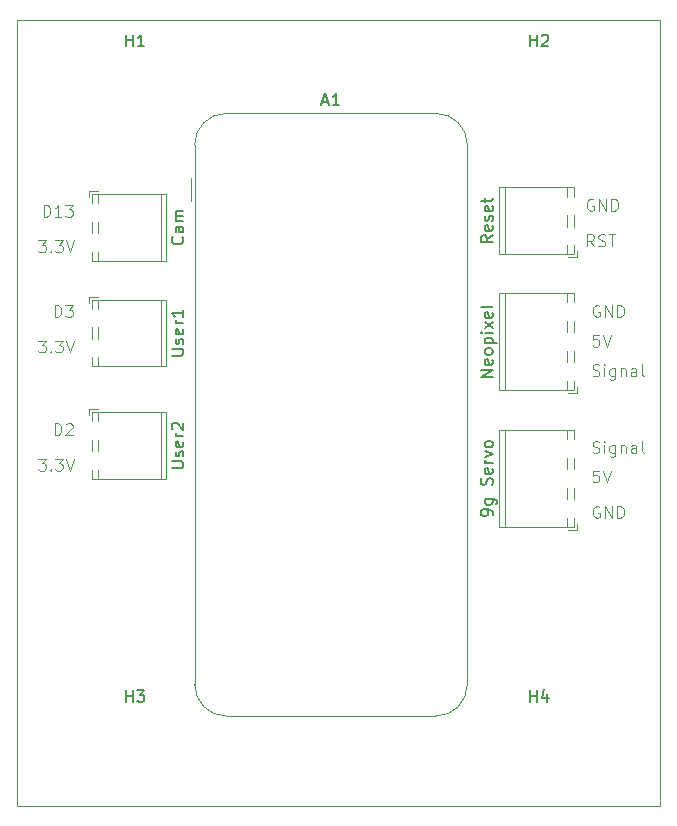
<source format=gbr>
%TF.GenerationSoftware,KiCad,Pcbnew,8.0.2*%
%TF.CreationDate,2024-05-18T00:20:58-06:00*%
%TF.ProjectId,VacuumATM_wCoinDispenser,56616375-756d-4415-944d-5f77436f696e,rev?*%
%TF.SameCoordinates,Original*%
%TF.FileFunction,Legend,Top*%
%TF.FilePolarity,Positive*%
%FSLAX46Y46*%
G04 Gerber Fmt 4.6, Leading zero omitted, Abs format (unit mm)*
G04 Created by KiCad (PCBNEW 8.0.2) date 2024-05-18 00:20:58*
%MOMM*%
%LPD*%
G01*
G04 APERTURE LIST*
%ADD10C,0.100000*%
%ADD11C,0.150000*%
%ADD12C,0.120000*%
G04 APERTURE END LIST*
D10*
X105338973Y-102622419D02*
X105958020Y-102622419D01*
X105958020Y-102622419D02*
X105624687Y-103003371D01*
X105624687Y-103003371D02*
X105767544Y-103003371D01*
X105767544Y-103003371D02*
X105862782Y-103050990D01*
X105862782Y-103050990D02*
X105910401Y-103098609D01*
X105910401Y-103098609D02*
X105958020Y-103193847D01*
X105958020Y-103193847D02*
X105958020Y-103431942D01*
X105958020Y-103431942D02*
X105910401Y-103527180D01*
X105910401Y-103527180D02*
X105862782Y-103574800D01*
X105862782Y-103574800D02*
X105767544Y-103622419D01*
X105767544Y-103622419D02*
X105481830Y-103622419D01*
X105481830Y-103622419D02*
X105386592Y-103574800D01*
X105386592Y-103574800D02*
X105338973Y-103527180D01*
X106386592Y-103527180D02*
X106434211Y-103574800D01*
X106434211Y-103574800D02*
X106386592Y-103622419D01*
X106386592Y-103622419D02*
X106338973Y-103574800D01*
X106338973Y-103574800D02*
X106386592Y-103527180D01*
X106386592Y-103527180D02*
X106386592Y-103622419D01*
X106767544Y-102622419D02*
X107386591Y-102622419D01*
X107386591Y-102622419D02*
X107053258Y-103003371D01*
X107053258Y-103003371D02*
X107196115Y-103003371D01*
X107196115Y-103003371D02*
X107291353Y-103050990D01*
X107291353Y-103050990D02*
X107338972Y-103098609D01*
X107338972Y-103098609D02*
X107386591Y-103193847D01*
X107386591Y-103193847D02*
X107386591Y-103431942D01*
X107386591Y-103431942D02*
X107338972Y-103527180D01*
X107338972Y-103527180D02*
X107291353Y-103574800D01*
X107291353Y-103574800D02*
X107196115Y-103622419D01*
X107196115Y-103622419D02*
X106910401Y-103622419D01*
X106910401Y-103622419D02*
X106815163Y-103574800D01*
X106815163Y-103574800D02*
X106767544Y-103527180D01*
X107672306Y-102622419D02*
X108005639Y-103622419D01*
X108005639Y-103622419D02*
X108338972Y-102622419D01*
X106719925Y-100622419D02*
X106719925Y-99622419D01*
X106719925Y-99622419D02*
X106958020Y-99622419D01*
X106958020Y-99622419D02*
X107100877Y-99670038D01*
X107100877Y-99670038D02*
X107196115Y-99765276D01*
X107196115Y-99765276D02*
X107243734Y-99860514D01*
X107243734Y-99860514D02*
X107291353Y-100050990D01*
X107291353Y-100050990D02*
X107291353Y-100193847D01*
X107291353Y-100193847D02*
X107243734Y-100384323D01*
X107243734Y-100384323D02*
X107196115Y-100479561D01*
X107196115Y-100479561D02*
X107100877Y-100574800D01*
X107100877Y-100574800D02*
X106958020Y-100622419D01*
X106958020Y-100622419D02*
X106719925Y-100622419D01*
X107672306Y-99717657D02*
X107719925Y-99670038D01*
X107719925Y-99670038D02*
X107815163Y-99622419D01*
X107815163Y-99622419D02*
X108053258Y-99622419D01*
X108053258Y-99622419D02*
X108148496Y-99670038D01*
X108148496Y-99670038D02*
X108196115Y-99717657D01*
X108196115Y-99717657D02*
X108243734Y-99812895D01*
X108243734Y-99812895D02*
X108243734Y-99908133D01*
X108243734Y-99908133D02*
X108196115Y-100050990D01*
X108196115Y-100050990D02*
X107624687Y-100622419D01*
X107624687Y-100622419D02*
X108243734Y-100622419D01*
X105338973Y-92622419D02*
X105958020Y-92622419D01*
X105958020Y-92622419D02*
X105624687Y-93003371D01*
X105624687Y-93003371D02*
X105767544Y-93003371D01*
X105767544Y-93003371D02*
X105862782Y-93050990D01*
X105862782Y-93050990D02*
X105910401Y-93098609D01*
X105910401Y-93098609D02*
X105958020Y-93193847D01*
X105958020Y-93193847D02*
X105958020Y-93431942D01*
X105958020Y-93431942D02*
X105910401Y-93527180D01*
X105910401Y-93527180D02*
X105862782Y-93574800D01*
X105862782Y-93574800D02*
X105767544Y-93622419D01*
X105767544Y-93622419D02*
X105481830Y-93622419D01*
X105481830Y-93622419D02*
X105386592Y-93574800D01*
X105386592Y-93574800D02*
X105338973Y-93527180D01*
X106386592Y-93527180D02*
X106434211Y-93574800D01*
X106434211Y-93574800D02*
X106386592Y-93622419D01*
X106386592Y-93622419D02*
X106338973Y-93574800D01*
X106338973Y-93574800D02*
X106386592Y-93527180D01*
X106386592Y-93527180D02*
X106386592Y-93622419D01*
X106767544Y-92622419D02*
X107386591Y-92622419D01*
X107386591Y-92622419D02*
X107053258Y-93003371D01*
X107053258Y-93003371D02*
X107196115Y-93003371D01*
X107196115Y-93003371D02*
X107291353Y-93050990D01*
X107291353Y-93050990D02*
X107338972Y-93098609D01*
X107338972Y-93098609D02*
X107386591Y-93193847D01*
X107386591Y-93193847D02*
X107386591Y-93431942D01*
X107386591Y-93431942D02*
X107338972Y-93527180D01*
X107338972Y-93527180D02*
X107291353Y-93574800D01*
X107291353Y-93574800D02*
X107196115Y-93622419D01*
X107196115Y-93622419D02*
X106910401Y-93622419D01*
X106910401Y-93622419D02*
X106815163Y-93574800D01*
X106815163Y-93574800D02*
X106767544Y-93527180D01*
X107672306Y-92622419D02*
X108005639Y-93622419D01*
X108005639Y-93622419D02*
X108338972Y-92622419D01*
X106719925Y-90622419D02*
X106719925Y-89622419D01*
X106719925Y-89622419D02*
X106958020Y-89622419D01*
X106958020Y-89622419D02*
X107100877Y-89670038D01*
X107100877Y-89670038D02*
X107196115Y-89765276D01*
X107196115Y-89765276D02*
X107243734Y-89860514D01*
X107243734Y-89860514D02*
X107291353Y-90050990D01*
X107291353Y-90050990D02*
X107291353Y-90193847D01*
X107291353Y-90193847D02*
X107243734Y-90384323D01*
X107243734Y-90384323D02*
X107196115Y-90479561D01*
X107196115Y-90479561D02*
X107100877Y-90574800D01*
X107100877Y-90574800D02*
X106958020Y-90622419D01*
X106958020Y-90622419D02*
X106719925Y-90622419D01*
X107624687Y-89622419D02*
X108243734Y-89622419D01*
X108243734Y-89622419D02*
X107910401Y-90003371D01*
X107910401Y-90003371D02*
X108053258Y-90003371D01*
X108053258Y-90003371D02*
X108148496Y-90050990D01*
X108148496Y-90050990D02*
X108196115Y-90098609D01*
X108196115Y-90098609D02*
X108243734Y-90193847D01*
X108243734Y-90193847D02*
X108243734Y-90431942D01*
X108243734Y-90431942D02*
X108196115Y-90527180D01*
X108196115Y-90527180D02*
X108148496Y-90574800D01*
X108148496Y-90574800D02*
X108053258Y-90622419D01*
X108053258Y-90622419D02*
X107767544Y-90622419D01*
X107767544Y-90622419D02*
X107672306Y-90574800D01*
X107672306Y-90574800D02*
X107624687Y-90527180D01*
X105767544Y-82122419D02*
X105767544Y-81122419D01*
X105767544Y-81122419D02*
X106005639Y-81122419D01*
X106005639Y-81122419D02*
X106148496Y-81170038D01*
X106148496Y-81170038D02*
X106243734Y-81265276D01*
X106243734Y-81265276D02*
X106291353Y-81360514D01*
X106291353Y-81360514D02*
X106338972Y-81550990D01*
X106338972Y-81550990D02*
X106338972Y-81693847D01*
X106338972Y-81693847D02*
X106291353Y-81884323D01*
X106291353Y-81884323D02*
X106243734Y-81979561D01*
X106243734Y-81979561D02*
X106148496Y-82074800D01*
X106148496Y-82074800D02*
X106005639Y-82122419D01*
X106005639Y-82122419D02*
X105767544Y-82122419D01*
X107291353Y-82122419D02*
X106719925Y-82122419D01*
X107005639Y-82122419D02*
X107005639Y-81122419D01*
X107005639Y-81122419D02*
X106910401Y-81265276D01*
X106910401Y-81265276D02*
X106815163Y-81360514D01*
X106815163Y-81360514D02*
X106719925Y-81408133D01*
X107624687Y-81122419D02*
X108243734Y-81122419D01*
X108243734Y-81122419D02*
X107910401Y-81503371D01*
X107910401Y-81503371D02*
X108053258Y-81503371D01*
X108053258Y-81503371D02*
X108148496Y-81550990D01*
X108148496Y-81550990D02*
X108196115Y-81598609D01*
X108196115Y-81598609D02*
X108243734Y-81693847D01*
X108243734Y-81693847D02*
X108243734Y-81931942D01*
X108243734Y-81931942D02*
X108196115Y-82027180D01*
X108196115Y-82027180D02*
X108148496Y-82074800D01*
X108148496Y-82074800D02*
X108053258Y-82122419D01*
X108053258Y-82122419D02*
X107767544Y-82122419D01*
X107767544Y-82122419D02*
X107672306Y-82074800D01*
X107672306Y-82074800D02*
X107624687Y-82027180D01*
X152375312Y-84622419D02*
X152041979Y-84146228D01*
X151803884Y-84622419D02*
X151803884Y-83622419D01*
X151803884Y-83622419D02*
X152184836Y-83622419D01*
X152184836Y-83622419D02*
X152280074Y-83670038D01*
X152280074Y-83670038D02*
X152327693Y-83717657D01*
X152327693Y-83717657D02*
X152375312Y-83812895D01*
X152375312Y-83812895D02*
X152375312Y-83955752D01*
X152375312Y-83955752D02*
X152327693Y-84050990D01*
X152327693Y-84050990D02*
X152280074Y-84098609D01*
X152280074Y-84098609D02*
X152184836Y-84146228D01*
X152184836Y-84146228D02*
X151803884Y-84146228D01*
X152756265Y-84574800D02*
X152899122Y-84622419D01*
X152899122Y-84622419D02*
X153137217Y-84622419D01*
X153137217Y-84622419D02*
X153232455Y-84574800D01*
X153232455Y-84574800D02*
X153280074Y-84527180D01*
X153280074Y-84527180D02*
X153327693Y-84431942D01*
X153327693Y-84431942D02*
X153327693Y-84336704D01*
X153327693Y-84336704D02*
X153280074Y-84241466D01*
X153280074Y-84241466D02*
X153232455Y-84193847D01*
X153232455Y-84193847D02*
X153137217Y-84146228D01*
X153137217Y-84146228D02*
X152946741Y-84098609D01*
X152946741Y-84098609D02*
X152851503Y-84050990D01*
X152851503Y-84050990D02*
X152803884Y-84003371D01*
X152803884Y-84003371D02*
X152756265Y-83908133D01*
X152756265Y-83908133D02*
X152756265Y-83812895D01*
X152756265Y-83812895D02*
X152803884Y-83717657D01*
X152803884Y-83717657D02*
X152851503Y-83670038D01*
X152851503Y-83670038D02*
X152946741Y-83622419D01*
X152946741Y-83622419D02*
X153184836Y-83622419D01*
X153184836Y-83622419D02*
X153327693Y-83670038D01*
X153613408Y-83622419D02*
X154184836Y-83622419D01*
X153899122Y-84622419D02*
X153899122Y-83622419D01*
X152827693Y-106670038D02*
X152732455Y-106622419D01*
X152732455Y-106622419D02*
X152589598Y-106622419D01*
X152589598Y-106622419D02*
X152446741Y-106670038D01*
X152446741Y-106670038D02*
X152351503Y-106765276D01*
X152351503Y-106765276D02*
X152303884Y-106860514D01*
X152303884Y-106860514D02*
X152256265Y-107050990D01*
X152256265Y-107050990D02*
X152256265Y-107193847D01*
X152256265Y-107193847D02*
X152303884Y-107384323D01*
X152303884Y-107384323D02*
X152351503Y-107479561D01*
X152351503Y-107479561D02*
X152446741Y-107574800D01*
X152446741Y-107574800D02*
X152589598Y-107622419D01*
X152589598Y-107622419D02*
X152684836Y-107622419D01*
X152684836Y-107622419D02*
X152827693Y-107574800D01*
X152827693Y-107574800D02*
X152875312Y-107527180D01*
X152875312Y-107527180D02*
X152875312Y-107193847D01*
X152875312Y-107193847D02*
X152684836Y-107193847D01*
X153303884Y-107622419D02*
X153303884Y-106622419D01*
X153303884Y-106622419D02*
X153875312Y-107622419D01*
X153875312Y-107622419D02*
X153875312Y-106622419D01*
X154351503Y-107622419D02*
X154351503Y-106622419D01*
X154351503Y-106622419D02*
X154589598Y-106622419D01*
X154589598Y-106622419D02*
X154732455Y-106670038D01*
X154732455Y-106670038D02*
X154827693Y-106765276D01*
X154827693Y-106765276D02*
X154875312Y-106860514D01*
X154875312Y-106860514D02*
X154922931Y-107050990D01*
X154922931Y-107050990D02*
X154922931Y-107193847D01*
X154922931Y-107193847D02*
X154875312Y-107384323D01*
X154875312Y-107384323D02*
X154827693Y-107479561D01*
X154827693Y-107479561D02*
X154732455Y-107574800D01*
X154732455Y-107574800D02*
X154589598Y-107622419D01*
X154589598Y-107622419D02*
X154351503Y-107622419D01*
X152256265Y-102074800D02*
X152399122Y-102122419D01*
X152399122Y-102122419D02*
X152637217Y-102122419D01*
X152637217Y-102122419D02*
X152732455Y-102074800D01*
X152732455Y-102074800D02*
X152780074Y-102027180D01*
X152780074Y-102027180D02*
X152827693Y-101931942D01*
X152827693Y-101931942D02*
X152827693Y-101836704D01*
X152827693Y-101836704D02*
X152780074Y-101741466D01*
X152780074Y-101741466D02*
X152732455Y-101693847D01*
X152732455Y-101693847D02*
X152637217Y-101646228D01*
X152637217Y-101646228D02*
X152446741Y-101598609D01*
X152446741Y-101598609D02*
X152351503Y-101550990D01*
X152351503Y-101550990D02*
X152303884Y-101503371D01*
X152303884Y-101503371D02*
X152256265Y-101408133D01*
X152256265Y-101408133D02*
X152256265Y-101312895D01*
X152256265Y-101312895D02*
X152303884Y-101217657D01*
X152303884Y-101217657D02*
X152351503Y-101170038D01*
X152351503Y-101170038D02*
X152446741Y-101122419D01*
X152446741Y-101122419D02*
X152684836Y-101122419D01*
X152684836Y-101122419D02*
X152827693Y-101170038D01*
X153256265Y-102122419D02*
X153256265Y-101455752D01*
X153256265Y-101122419D02*
X153208646Y-101170038D01*
X153208646Y-101170038D02*
X153256265Y-101217657D01*
X153256265Y-101217657D02*
X153303884Y-101170038D01*
X153303884Y-101170038D02*
X153256265Y-101122419D01*
X153256265Y-101122419D02*
X153256265Y-101217657D01*
X154161026Y-101455752D02*
X154161026Y-102265276D01*
X154161026Y-102265276D02*
X154113407Y-102360514D01*
X154113407Y-102360514D02*
X154065788Y-102408133D01*
X154065788Y-102408133D02*
X153970550Y-102455752D01*
X153970550Y-102455752D02*
X153827693Y-102455752D01*
X153827693Y-102455752D02*
X153732455Y-102408133D01*
X154161026Y-102074800D02*
X154065788Y-102122419D01*
X154065788Y-102122419D02*
X153875312Y-102122419D01*
X153875312Y-102122419D02*
X153780074Y-102074800D01*
X153780074Y-102074800D02*
X153732455Y-102027180D01*
X153732455Y-102027180D02*
X153684836Y-101931942D01*
X153684836Y-101931942D02*
X153684836Y-101646228D01*
X153684836Y-101646228D02*
X153732455Y-101550990D01*
X153732455Y-101550990D02*
X153780074Y-101503371D01*
X153780074Y-101503371D02*
X153875312Y-101455752D01*
X153875312Y-101455752D02*
X154065788Y-101455752D01*
X154065788Y-101455752D02*
X154161026Y-101503371D01*
X154637217Y-101455752D02*
X154637217Y-102122419D01*
X154637217Y-101550990D02*
X154684836Y-101503371D01*
X154684836Y-101503371D02*
X154780074Y-101455752D01*
X154780074Y-101455752D02*
X154922931Y-101455752D01*
X154922931Y-101455752D02*
X155018169Y-101503371D01*
X155018169Y-101503371D02*
X155065788Y-101598609D01*
X155065788Y-101598609D02*
X155065788Y-102122419D01*
X155970550Y-102122419D02*
X155970550Y-101598609D01*
X155970550Y-101598609D02*
X155922931Y-101503371D01*
X155922931Y-101503371D02*
X155827693Y-101455752D01*
X155827693Y-101455752D02*
X155637217Y-101455752D01*
X155637217Y-101455752D02*
X155541979Y-101503371D01*
X155970550Y-102074800D02*
X155875312Y-102122419D01*
X155875312Y-102122419D02*
X155637217Y-102122419D01*
X155637217Y-102122419D02*
X155541979Y-102074800D01*
X155541979Y-102074800D02*
X155494360Y-101979561D01*
X155494360Y-101979561D02*
X155494360Y-101884323D01*
X155494360Y-101884323D02*
X155541979Y-101789085D01*
X155541979Y-101789085D02*
X155637217Y-101741466D01*
X155637217Y-101741466D02*
X155875312Y-101741466D01*
X155875312Y-101741466D02*
X155970550Y-101693847D01*
X156589598Y-102122419D02*
X156494360Y-102074800D01*
X156494360Y-102074800D02*
X156446741Y-101979561D01*
X156446741Y-101979561D02*
X156446741Y-101122419D01*
X152327693Y-80670038D02*
X152232455Y-80622419D01*
X152232455Y-80622419D02*
X152089598Y-80622419D01*
X152089598Y-80622419D02*
X151946741Y-80670038D01*
X151946741Y-80670038D02*
X151851503Y-80765276D01*
X151851503Y-80765276D02*
X151803884Y-80860514D01*
X151803884Y-80860514D02*
X151756265Y-81050990D01*
X151756265Y-81050990D02*
X151756265Y-81193847D01*
X151756265Y-81193847D02*
X151803884Y-81384323D01*
X151803884Y-81384323D02*
X151851503Y-81479561D01*
X151851503Y-81479561D02*
X151946741Y-81574800D01*
X151946741Y-81574800D02*
X152089598Y-81622419D01*
X152089598Y-81622419D02*
X152184836Y-81622419D01*
X152184836Y-81622419D02*
X152327693Y-81574800D01*
X152327693Y-81574800D02*
X152375312Y-81527180D01*
X152375312Y-81527180D02*
X152375312Y-81193847D01*
X152375312Y-81193847D02*
X152184836Y-81193847D01*
X152803884Y-81622419D02*
X152803884Y-80622419D01*
X152803884Y-80622419D02*
X153375312Y-81622419D01*
X153375312Y-81622419D02*
X153375312Y-80622419D01*
X153851503Y-81622419D02*
X153851503Y-80622419D01*
X153851503Y-80622419D02*
X154089598Y-80622419D01*
X154089598Y-80622419D02*
X154232455Y-80670038D01*
X154232455Y-80670038D02*
X154327693Y-80765276D01*
X154327693Y-80765276D02*
X154375312Y-80860514D01*
X154375312Y-80860514D02*
X154422931Y-81050990D01*
X154422931Y-81050990D02*
X154422931Y-81193847D01*
X154422931Y-81193847D02*
X154375312Y-81384323D01*
X154375312Y-81384323D02*
X154327693Y-81479561D01*
X154327693Y-81479561D02*
X154232455Y-81574800D01*
X154232455Y-81574800D02*
X154089598Y-81622419D01*
X154089598Y-81622419D02*
X153851503Y-81622419D01*
X152827693Y-89670038D02*
X152732455Y-89622419D01*
X152732455Y-89622419D02*
X152589598Y-89622419D01*
X152589598Y-89622419D02*
X152446741Y-89670038D01*
X152446741Y-89670038D02*
X152351503Y-89765276D01*
X152351503Y-89765276D02*
X152303884Y-89860514D01*
X152303884Y-89860514D02*
X152256265Y-90050990D01*
X152256265Y-90050990D02*
X152256265Y-90193847D01*
X152256265Y-90193847D02*
X152303884Y-90384323D01*
X152303884Y-90384323D02*
X152351503Y-90479561D01*
X152351503Y-90479561D02*
X152446741Y-90574800D01*
X152446741Y-90574800D02*
X152589598Y-90622419D01*
X152589598Y-90622419D02*
X152684836Y-90622419D01*
X152684836Y-90622419D02*
X152827693Y-90574800D01*
X152827693Y-90574800D02*
X152875312Y-90527180D01*
X152875312Y-90527180D02*
X152875312Y-90193847D01*
X152875312Y-90193847D02*
X152684836Y-90193847D01*
X153303884Y-90622419D02*
X153303884Y-89622419D01*
X153303884Y-89622419D02*
X153875312Y-90622419D01*
X153875312Y-90622419D02*
X153875312Y-89622419D01*
X154351503Y-90622419D02*
X154351503Y-89622419D01*
X154351503Y-89622419D02*
X154589598Y-89622419D01*
X154589598Y-89622419D02*
X154732455Y-89670038D01*
X154732455Y-89670038D02*
X154827693Y-89765276D01*
X154827693Y-89765276D02*
X154875312Y-89860514D01*
X154875312Y-89860514D02*
X154922931Y-90050990D01*
X154922931Y-90050990D02*
X154922931Y-90193847D01*
X154922931Y-90193847D02*
X154875312Y-90384323D01*
X154875312Y-90384323D02*
X154827693Y-90479561D01*
X154827693Y-90479561D02*
X154732455Y-90574800D01*
X154732455Y-90574800D02*
X154589598Y-90622419D01*
X154589598Y-90622419D02*
X154351503Y-90622419D01*
X105338973Y-84122419D02*
X105958020Y-84122419D01*
X105958020Y-84122419D02*
X105624687Y-84503371D01*
X105624687Y-84503371D02*
X105767544Y-84503371D01*
X105767544Y-84503371D02*
X105862782Y-84550990D01*
X105862782Y-84550990D02*
X105910401Y-84598609D01*
X105910401Y-84598609D02*
X105958020Y-84693847D01*
X105958020Y-84693847D02*
X105958020Y-84931942D01*
X105958020Y-84931942D02*
X105910401Y-85027180D01*
X105910401Y-85027180D02*
X105862782Y-85074800D01*
X105862782Y-85074800D02*
X105767544Y-85122419D01*
X105767544Y-85122419D02*
X105481830Y-85122419D01*
X105481830Y-85122419D02*
X105386592Y-85074800D01*
X105386592Y-85074800D02*
X105338973Y-85027180D01*
X106386592Y-85027180D02*
X106434211Y-85074800D01*
X106434211Y-85074800D02*
X106386592Y-85122419D01*
X106386592Y-85122419D02*
X106338973Y-85074800D01*
X106338973Y-85074800D02*
X106386592Y-85027180D01*
X106386592Y-85027180D02*
X106386592Y-85122419D01*
X106767544Y-84122419D02*
X107386591Y-84122419D01*
X107386591Y-84122419D02*
X107053258Y-84503371D01*
X107053258Y-84503371D02*
X107196115Y-84503371D01*
X107196115Y-84503371D02*
X107291353Y-84550990D01*
X107291353Y-84550990D02*
X107338972Y-84598609D01*
X107338972Y-84598609D02*
X107386591Y-84693847D01*
X107386591Y-84693847D02*
X107386591Y-84931942D01*
X107386591Y-84931942D02*
X107338972Y-85027180D01*
X107338972Y-85027180D02*
X107291353Y-85074800D01*
X107291353Y-85074800D02*
X107196115Y-85122419D01*
X107196115Y-85122419D02*
X106910401Y-85122419D01*
X106910401Y-85122419D02*
X106815163Y-85074800D01*
X106815163Y-85074800D02*
X106767544Y-85027180D01*
X107672306Y-84122419D02*
X108005639Y-85122419D01*
X108005639Y-85122419D02*
X108338972Y-84122419D01*
X152780074Y-103622419D02*
X152303884Y-103622419D01*
X152303884Y-103622419D02*
X152256265Y-104098609D01*
X152256265Y-104098609D02*
X152303884Y-104050990D01*
X152303884Y-104050990D02*
X152399122Y-104003371D01*
X152399122Y-104003371D02*
X152637217Y-104003371D01*
X152637217Y-104003371D02*
X152732455Y-104050990D01*
X152732455Y-104050990D02*
X152780074Y-104098609D01*
X152780074Y-104098609D02*
X152827693Y-104193847D01*
X152827693Y-104193847D02*
X152827693Y-104431942D01*
X152827693Y-104431942D02*
X152780074Y-104527180D01*
X152780074Y-104527180D02*
X152732455Y-104574800D01*
X152732455Y-104574800D02*
X152637217Y-104622419D01*
X152637217Y-104622419D02*
X152399122Y-104622419D01*
X152399122Y-104622419D02*
X152303884Y-104574800D01*
X152303884Y-104574800D02*
X152256265Y-104527180D01*
X153113408Y-103622419D02*
X153446741Y-104622419D01*
X153446741Y-104622419D02*
X153780074Y-103622419D01*
X152256265Y-95574800D02*
X152399122Y-95622419D01*
X152399122Y-95622419D02*
X152637217Y-95622419D01*
X152637217Y-95622419D02*
X152732455Y-95574800D01*
X152732455Y-95574800D02*
X152780074Y-95527180D01*
X152780074Y-95527180D02*
X152827693Y-95431942D01*
X152827693Y-95431942D02*
X152827693Y-95336704D01*
X152827693Y-95336704D02*
X152780074Y-95241466D01*
X152780074Y-95241466D02*
X152732455Y-95193847D01*
X152732455Y-95193847D02*
X152637217Y-95146228D01*
X152637217Y-95146228D02*
X152446741Y-95098609D01*
X152446741Y-95098609D02*
X152351503Y-95050990D01*
X152351503Y-95050990D02*
X152303884Y-95003371D01*
X152303884Y-95003371D02*
X152256265Y-94908133D01*
X152256265Y-94908133D02*
X152256265Y-94812895D01*
X152256265Y-94812895D02*
X152303884Y-94717657D01*
X152303884Y-94717657D02*
X152351503Y-94670038D01*
X152351503Y-94670038D02*
X152446741Y-94622419D01*
X152446741Y-94622419D02*
X152684836Y-94622419D01*
X152684836Y-94622419D02*
X152827693Y-94670038D01*
X153256265Y-95622419D02*
X153256265Y-94955752D01*
X153256265Y-94622419D02*
X153208646Y-94670038D01*
X153208646Y-94670038D02*
X153256265Y-94717657D01*
X153256265Y-94717657D02*
X153303884Y-94670038D01*
X153303884Y-94670038D02*
X153256265Y-94622419D01*
X153256265Y-94622419D02*
X153256265Y-94717657D01*
X154161026Y-94955752D02*
X154161026Y-95765276D01*
X154161026Y-95765276D02*
X154113407Y-95860514D01*
X154113407Y-95860514D02*
X154065788Y-95908133D01*
X154065788Y-95908133D02*
X153970550Y-95955752D01*
X153970550Y-95955752D02*
X153827693Y-95955752D01*
X153827693Y-95955752D02*
X153732455Y-95908133D01*
X154161026Y-95574800D02*
X154065788Y-95622419D01*
X154065788Y-95622419D02*
X153875312Y-95622419D01*
X153875312Y-95622419D02*
X153780074Y-95574800D01*
X153780074Y-95574800D02*
X153732455Y-95527180D01*
X153732455Y-95527180D02*
X153684836Y-95431942D01*
X153684836Y-95431942D02*
X153684836Y-95146228D01*
X153684836Y-95146228D02*
X153732455Y-95050990D01*
X153732455Y-95050990D02*
X153780074Y-95003371D01*
X153780074Y-95003371D02*
X153875312Y-94955752D01*
X153875312Y-94955752D02*
X154065788Y-94955752D01*
X154065788Y-94955752D02*
X154161026Y-95003371D01*
X154637217Y-94955752D02*
X154637217Y-95622419D01*
X154637217Y-95050990D02*
X154684836Y-95003371D01*
X154684836Y-95003371D02*
X154780074Y-94955752D01*
X154780074Y-94955752D02*
X154922931Y-94955752D01*
X154922931Y-94955752D02*
X155018169Y-95003371D01*
X155018169Y-95003371D02*
X155065788Y-95098609D01*
X155065788Y-95098609D02*
X155065788Y-95622419D01*
X155970550Y-95622419D02*
X155970550Y-95098609D01*
X155970550Y-95098609D02*
X155922931Y-95003371D01*
X155922931Y-95003371D02*
X155827693Y-94955752D01*
X155827693Y-94955752D02*
X155637217Y-94955752D01*
X155637217Y-94955752D02*
X155541979Y-95003371D01*
X155970550Y-95574800D02*
X155875312Y-95622419D01*
X155875312Y-95622419D02*
X155637217Y-95622419D01*
X155637217Y-95622419D02*
X155541979Y-95574800D01*
X155541979Y-95574800D02*
X155494360Y-95479561D01*
X155494360Y-95479561D02*
X155494360Y-95384323D01*
X155494360Y-95384323D02*
X155541979Y-95289085D01*
X155541979Y-95289085D02*
X155637217Y-95241466D01*
X155637217Y-95241466D02*
X155875312Y-95241466D01*
X155875312Y-95241466D02*
X155970550Y-95193847D01*
X156589598Y-95622419D02*
X156494360Y-95574800D01*
X156494360Y-95574800D02*
X156446741Y-95479561D01*
X156446741Y-95479561D02*
X156446741Y-94622419D01*
X152780074Y-92122419D02*
X152303884Y-92122419D01*
X152303884Y-92122419D02*
X152256265Y-92598609D01*
X152256265Y-92598609D02*
X152303884Y-92550990D01*
X152303884Y-92550990D02*
X152399122Y-92503371D01*
X152399122Y-92503371D02*
X152637217Y-92503371D01*
X152637217Y-92503371D02*
X152732455Y-92550990D01*
X152732455Y-92550990D02*
X152780074Y-92598609D01*
X152780074Y-92598609D02*
X152827693Y-92693847D01*
X152827693Y-92693847D02*
X152827693Y-92931942D01*
X152827693Y-92931942D02*
X152780074Y-93027180D01*
X152780074Y-93027180D02*
X152732455Y-93074800D01*
X152732455Y-93074800D02*
X152637217Y-93122419D01*
X152637217Y-93122419D02*
X152399122Y-93122419D01*
X152399122Y-93122419D02*
X152303884Y-93074800D01*
X152303884Y-93074800D02*
X152256265Y-93027180D01*
X153113408Y-92122419D02*
X153446741Y-93122419D01*
X153446741Y-93122419D02*
X153780074Y-92122419D01*
X103500000Y-65500000D02*
X158000000Y-65500000D01*
X158000000Y-132000000D01*
X103500000Y-132000000D01*
X103500000Y-65500000D01*
D11*
X143794819Y-83718095D02*
X143318628Y-84051428D01*
X143794819Y-84289523D02*
X142794819Y-84289523D01*
X142794819Y-84289523D02*
X142794819Y-83908571D01*
X142794819Y-83908571D02*
X142842438Y-83813333D01*
X142842438Y-83813333D02*
X142890057Y-83765714D01*
X142890057Y-83765714D02*
X142985295Y-83718095D01*
X142985295Y-83718095D02*
X143128152Y-83718095D01*
X143128152Y-83718095D02*
X143223390Y-83765714D01*
X143223390Y-83765714D02*
X143271009Y-83813333D01*
X143271009Y-83813333D02*
X143318628Y-83908571D01*
X143318628Y-83908571D02*
X143318628Y-84289523D01*
X143747200Y-82908571D02*
X143794819Y-83003809D01*
X143794819Y-83003809D02*
X143794819Y-83194285D01*
X143794819Y-83194285D02*
X143747200Y-83289523D01*
X143747200Y-83289523D02*
X143651961Y-83337142D01*
X143651961Y-83337142D02*
X143271009Y-83337142D01*
X143271009Y-83337142D02*
X143175771Y-83289523D01*
X143175771Y-83289523D02*
X143128152Y-83194285D01*
X143128152Y-83194285D02*
X143128152Y-83003809D01*
X143128152Y-83003809D02*
X143175771Y-82908571D01*
X143175771Y-82908571D02*
X143271009Y-82860952D01*
X143271009Y-82860952D02*
X143366247Y-82860952D01*
X143366247Y-82860952D02*
X143461485Y-83337142D01*
X143747200Y-82479999D02*
X143794819Y-82384761D01*
X143794819Y-82384761D02*
X143794819Y-82194285D01*
X143794819Y-82194285D02*
X143747200Y-82099047D01*
X143747200Y-82099047D02*
X143651961Y-82051428D01*
X143651961Y-82051428D02*
X143604342Y-82051428D01*
X143604342Y-82051428D02*
X143509104Y-82099047D01*
X143509104Y-82099047D02*
X143461485Y-82194285D01*
X143461485Y-82194285D02*
X143461485Y-82337142D01*
X143461485Y-82337142D02*
X143413866Y-82432380D01*
X143413866Y-82432380D02*
X143318628Y-82479999D01*
X143318628Y-82479999D02*
X143271009Y-82479999D01*
X143271009Y-82479999D02*
X143175771Y-82432380D01*
X143175771Y-82432380D02*
X143128152Y-82337142D01*
X143128152Y-82337142D02*
X143128152Y-82194285D01*
X143128152Y-82194285D02*
X143175771Y-82099047D01*
X143747200Y-81241904D02*
X143794819Y-81337142D01*
X143794819Y-81337142D02*
X143794819Y-81527618D01*
X143794819Y-81527618D02*
X143747200Y-81622856D01*
X143747200Y-81622856D02*
X143651961Y-81670475D01*
X143651961Y-81670475D02*
X143271009Y-81670475D01*
X143271009Y-81670475D02*
X143175771Y-81622856D01*
X143175771Y-81622856D02*
X143128152Y-81527618D01*
X143128152Y-81527618D02*
X143128152Y-81337142D01*
X143128152Y-81337142D02*
X143175771Y-81241904D01*
X143175771Y-81241904D02*
X143271009Y-81194285D01*
X143271009Y-81194285D02*
X143366247Y-81194285D01*
X143366247Y-81194285D02*
X143461485Y-81670475D01*
X143128152Y-80908570D02*
X143128152Y-80527618D01*
X142794819Y-80765713D02*
X143651961Y-80765713D01*
X143651961Y-80765713D02*
X143747200Y-80718094D01*
X143747200Y-80718094D02*
X143794819Y-80622856D01*
X143794819Y-80622856D02*
X143794819Y-80527618D01*
X116614819Y-93884761D02*
X117424342Y-93884761D01*
X117424342Y-93884761D02*
X117519580Y-93837142D01*
X117519580Y-93837142D02*
X117567200Y-93789523D01*
X117567200Y-93789523D02*
X117614819Y-93694285D01*
X117614819Y-93694285D02*
X117614819Y-93503809D01*
X117614819Y-93503809D02*
X117567200Y-93408571D01*
X117567200Y-93408571D02*
X117519580Y-93360952D01*
X117519580Y-93360952D02*
X117424342Y-93313333D01*
X117424342Y-93313333D02*
X116614819Y-93313333D01*
X117567200Y-92884761D02*
X117614819Y-92789523D01*
X117614819Y-92789523D02*
X117614819Y-92599047D01*
X117614819Y-92599047D02*
X117567200Y-92503809D01*
X117567200Y-92503809D02*
X117471961Y-92456190D01*
X117471961Y-92456190D02*
X117424342Y-92456190D01*
X117424342Y-92456190D02*
X117329104Y-92503809D01*
X117329104Y-92503809D02*
X117281485Y-92599047D01*
X117281485Y-92599047D02*
X117281485Y-92741904D01*
X117281485Y-92741904D02*
X117233866Y-92837142D01*
X117233866Y-92837142D02*
X117138628Y-92884761D01*
X117138628Y-92884761D02*
X117091009Y-92884761D01*
X117091009Y-92884761D02*
X116995771Y-92837142D01*
X116995771Y-92837142D02*
X116948152Y-92741904D01*
X116948152Y-92741904D02*
X116948152Y-92599047D01*
X116948152Y-92599047D02*
X116995771Y-92503809D01*
X117567200Y-91646666D02*
X117614819Y-91741904D01*
X117614819Y-91741904D02*
X117614819Y-91932380D01*
X117614819Y-91932380D02*
X117567200Y-92027618D01*
X117567200Y-92027618D02*
X117471961Y-92075237D01*
X117471961Y-92075237D02*
X117091009Y-92075237D01*
X117091009Y-92075237D02*
X116995771Y-92027618D01*
X116995771Y-92027618D02*
X116948152Y-91932380D01*
X116948152Y-91932380D02*
X116948152Y-91741904D01*
X116948152Y-91741904D02*
X116995771Y-91646666D01*
X116995771Y-91646666D02*
X117091009Y-91599047D01*
X117091009Y-91599047D02*
X117186247Y-91599047D01*
X117186247Y-91599047D02*
X117281485Y-92075237D01*
X117614819Y-91170475D02*
X116948152Y-91170475D01*
X117138628Y-91170475D02*
X117043390Y-91122856D01*
X117043390Y-91122856D02*
X116995771Y-91075237D01*
X116995771Y-91075237D02*
X116948152Y-90979999D01*
X116948152Y-90979999D02*
X116948152Y-90884761D01*
X117614819Y-90027618D02*
X117614819Y-90599046D01*
X117614819Y-90313332D02*
X116614819Y-90313332D01*
X116614819Y-90313332D02*
X116757676Y-90408570D01*
X116757676Y-90408570D02*
X116852914Y-90503808D01*
X116852914Y-90503808D02*
X116900533Y-90599046D01*
X116614819Y-103424761D02*
X117424342Y-103424761D01*
X117424342Y-103424761D02*
X117519580Y-103377142D01*
X117519580Y-103377142D02*
X117567200Y-103329523D01*
X117567200Y-103329523D02*
X117614819Y-103234285D01*
X117614819Y-103234285D02*
X117614819Y-103043809D01*
X117614819Y-103043809D02*
X117567200Y-102948571D01*
X117567200Y-102948571D02*
X117519580Y-102900952D01*
X117519580Y-102900952D02*
X117424342Y-102853333D01*
X117424342Y-102853333D02*
X116614819Y-102853333D01*
X117567200Y-102424761D02*
X117614819Y-102329523D01*
X117614819Y-102329523D02*
X117614819Y-102139047D01*
X117614819Y-102139047D02*
X117567200Y-102043809D01*
X117567200Y-102043809D02*
X117471961Y-101996190D01*
X117471961Y-101996190D02*
X117424342Y-101996190D01*
X117424342Y-101996190D02*
X117329104Y-102043809D01*
X117329104Y-102043809D02*
X117281485Y-102139047D01*
X117281485Y-102139047D02*
X117281485Y-102281904D01*
X117281485Y-102281904D02*
X117233866Y-102377142D01*
X117233866Y-102377142D02*
X117138628Y-102424761D01*
X117138628Y-102424761D02*
X117091009Y-102424761D01*
X117091009Y-102424761D02*
X116995771Y-102377142D01*
X116995771Y-102377142D02*
X116948152Y-102281904D01*
X116948152Y-102281904D02*
X116948152Y-102139047D01*
X116948152Y-102139047D02*
X116995771Y-102043809D01*
X117567200Y-101186666D02*
X117614819Y-101281904D01*
X117614819Y-101281904D02*
X117614819Y-101472380D01*
X117614819Y-101472380D02*
X117567200Y-101567618D01*
X117567200Y-101567618D02*
X117471961Y-101615237D01*
X117471961Y-101615237D02*
X117091009Y-101615237D01*
X117091009Y-101615237D02*
X116995771Y-101567618D01*
X116995771Y-101567618D02*
X116948152Y-101472380D01*
X116948152Y-101472380D02*
X116948152Y-101281904D01*
X116948152Y-101281904D02*
X116995771Y-101186666D01*
X116995771Y-101186666D02*
X117091009Y-101139047D01*
X117091009Y-101139047D02*
X117186247Y-101139047D01*
X117186247Y-101139047D02*
X117281485Y-101615237D01*
X117614819Y-100710475D02*
X116948152Y-100710475D01*
X117138628Y-100710475D02*
X117043390Y-100662856D01*
X117043390Y-100662856D02*
X116995771Y-100615237D01*
X116995771Y-100615237D02*
X116948152Y-100519999D01*
X116948152Y-100519999D02*
X116948152Y-100424761D01*
X116710057Y-100139046D02*
X116662438Y-100091427D01*
X116662438Y-100091427D02*
X116614819Y-99996189D01*
X116614819Y-99996189D02*
X116614819Y-99758094D01*
X116614819Y-99758094D02*
X116662438Y-99662856D01*
X116662438Y-99662856D02*
X116710057Y-99615237D01*
X116710057Y-99615237D02*
X116805295Y-99567618D01*
X116805295Y-99567618D02*
X116900533Y-99567618D01*
X116900533Y-99567618D02*
X117043390Y-99615237D01*
X117043390Y-99615237D02*
X117614819Y-100186665D01*
X117614819Y-100186665D02*
X117614819Y-99567618D01*
X143794819Y-107361428D02*
X143794819Y-107170952D01*
X143794819Y-107170952D02*
X143747200Y-107075714D01*
X143747200Y-107075714D02*
X143699580Y-107028095D01*
X143699580Y-107028095D02*
X143556723Y-106932857D01*
X143556723Y-106932857D02*
X143366247Y-106885238D01*
X143366247Y-106885238D02*
X142985295Y-106885238D01*
X142985295Y-106885238D02*
X142890057Y-106932857D01*
X142890057Y-106932857D02*
X142842438Y-106980476D01*
X142842438Y-106980476D02*
X142794819Y-107075714D01*
X142794819Y-107075714D02*
X142794819Y-107266190D01*
X142794819Y-107266190D02*
X142842438Y-107361428D01*
X142842438Y-107361428D02*
X142890057Y-107409047D01*
X142890057Y-107409047D02*
X142985295Y-107456666D01*
X142985295Y-107456666D02*
X143223390Y-107456666D01*
X143223390Y-107456666D02*
X143318628Y-107409047D01*
X143318628Y-107409047D02*
X143366247Y-107361428D01*
X143366247Y-107361428D02*
X143413866Y-107266190D01*
X143413866Y-107266190D02*
X143413866Y-107075714D01*
X143413866Y-107075714D02*
X143366247Y-106980476D01*
X143366247Y-106980476D02*
X143318628Y-106932857D01*
X143318628Y-106932857D02*
X143223390Y-106885238D01*
X143128152Y-106028095D02*
X143937676Y-106028095D01*
X143937676Y-106028095D02*
X144032914Y-106075714D01*
X144032914Y-106075714D02*
X144080533Y-106123333D01*
X144080533Y-106123333D02*
X144128152Y-106218571D01*
X144128152Y-106218571D02*
X144128152Y-106361428D01*
X144128152Y-106361428D02*
X144080533Y-106456666D01*
X143747200Y-106028095D02*
X143794819Y-106123333D01*
X143794819Y-106123333D02*
X143794819Y-106313809D01*
X143794819Y-106313809D02*
X143747200Y-106409047D01*
X143747200Y-106409047D02*
X143699580Y-106456666D01*
X143699580Y-106456666D02*
X143604342Y-106504285D01*
X143604342Y-106504285D02*
X143318628Y-106504285D01*
X143318628Y-106504285D02*
X143223390Y-106456666D01*
X143223390Y-106456666D02*
X143175771Y-106409047D01*
X143175771Y-106409047D02*
X143128152Y-106313809D01*
X143128152Y-106313809D02*
X143128152Y-106123333D01*
X143128152Y-106123333D02*
X143175771Y-106028095D01*
X143747200Y-104837618D02*
X143794819Y-104694761D01*
X143794819Y-104694761D02*
X143794819Y-104456666D01*
X143794819Y-104456666D02*
X143747200Y-104361428D01*
X143747200Y-104361428D02*
X143699580Y-104313809D01*
X143699580Y-104313809D02*
X143604342Y-104266190D01*
X143604342Y-104266190D02*
X143509104Y-104266190D01*
X143509104Y-104266190D02*
X143413866Y-104313809D01*
X143413866Y-104313809D02*
X143366247Y-104361428D01*
X143366247Y-104361428D02*
X143318628Y-104456666D01*
X143318628Y-104456666D02*
X143271009Y-104647142D01*
X143271009Y-104647142D02*
X143223390Y-104742380D01*
X143223390Y-104742380D02*
X143175771Y-104789999D01*
X143175771Y-104789999D02*
X143080533Y-104837618D01*
X143080533Y-104837618D02*
X142985295Y-104837618D01*
X142985295Y-104837618D02*
X142890057Y-104789999D01*
X142890057Y-104789999D02*
X142842438Y-104742380D01*
X142842438Y-104742380D02*
X142794819Y-104647142D01*
X142794819Y-104647142D02*
X142794819Y-104409047D01*
X142794819Y-104409047D02*
X142842438Y-104266190D01*
X143747200Y-103456666D02*
X143794819Y-103551904D01*
X143794819Y-103551904D02*
X143794819Y-103742380D01*
X143794819Y-103742380D02*
X143747200Y-103837618D01*
X143747200Y-103837618D02*
X143651961Y-103885237D01*
X143651961Y-103885237D02*
X143271009Y-103885237D01*
X143271009Y-103885237D02*
X143175771Y-103837618D01*
X143175771Y-103837618D02*
X143128152Y-103742380D01*
X143128152Y-103742380D02*
X143128152Y-103551904D01*
X143128152Y-103551904D02*
X143175771Y-103456666D01*
X143175771Y-103456666D02*
X143271009Y-103409047D01*
X143271009Y-103409047D02*
X143366247Y-103409047D01*
X143366247Y-103409047D02*
X143461485Y-103885237D01*
X143794819Y-102980475D02*
X143128152Y-102980475D01*
X143318628Y-102980475D02*
X143223390Y-102932856D01*
X143223390Y-102932856D02*
X143175771Y-102885237D01*
X143175771Y-102885237D02*
X143128152Y-102789999D01*
X143128152Y-102789999D02*
X143128152Y-102694761D01*
X143128152Y-102456665D02*
X143794819Y-102218570D01*
X143794819Y-102218570D02*
X143128152Y-101980475D01*
X143794819Y-101456665D02*
X143747200Y-101551903D01*
X143747200Y-101551903D02*
X143699580Y-101599522D01*
X143699580Y-101599522D02*
X143604342Y-101647141D01*
X143604342Y-101647141D02*
X143318628Y-101647141D01*
X143318628Y-101647141D02*
X143223390Y-101599522D01*
X143223390Y-101599522D02*
X143175771Y-101551903D01*
X143175771Y-101551903D02*
X143128152Y-101456665D01*
X143128152Y-101456665D02*
X143128152Y-101313808D01*
X143128152Y-101313808D02*
X143175771Y-101218570D01*
X143175771Y-101218570D02*
X143223390Y-101170951D01*
X143223390Y-101170951D02*
X143318628Y-101123332D01*
X143318628Y-101123332D02*
X143604342Y-101123332D01*
X143604342Y-101123332D02*
X143699580Y-101170951D01*
X143699580Y-101170951D02*
X143747200Y-101218570D01*
X143747200Y-101218570D02*
X143794819Y-101313808D01*
X143794819Y-101313808D02*
X143794819Y-101456665D01*
X143794819Y-95662380D02*
X142794819Y-95662380D01*
X142794819Y-95662380D02*
X143794819Y-95090952D01*
X143794819Y-95090952D02*
X142794819Y-95090952D01*
X143747200Y-94233809D02*
X143794819Y-94329047D01*
X143794819Y-94329047D02*
X143794819Y-94519523D01*
X143794819Y-94519523D02*
X143747200Y-94614761D01*
X143747200Y-94614761D02*
X143651961Y-94662380D01*
X143651961Y-94662380D02*
X143271009Y-94662380D01*
X143271009Y-94662380D02*
X143175771Y-94614761D01*
X143175771Y-94614761D02*
X143128152Y-94519523D01*
X143128152Y-94519523D02*
X143128152Y-94329047D01*
X143128152Y-94329047D02*
X143175771Y-94233809D01*
X143175771Y-94233809D02*
X143271009Y-94186190D01*
X143271009Y-94186190D02*
X143366247Y-94186190D01*
X143366247Y-94186190D02*
X143461485Y-94662380D01*
X143794819Y-93614761D02*
X143747200Y-93709999D01*
X143747200Y-93709999D02*
X143699580Y-93757618D01*
X143699580Y-93757618D02*
X143604342Y-93805237D01*
X143604342Y-93805237D02*
X143318628Y-93805237D01*
X143318628Y-93805237D02*
X143223390Y-93757618D01*
X143223390Y-93757618D02*
X143175771Y-93709999D01*
X143175771Y-93709999D02*
X143128152Y-93614761D01*
X143128152Y-93614761D02*
X143128152Y-93471904D01*
X143128152Y-93471904D02*
X143175771Y-93376666D01*
X143175771Y-93376666D02*
X143223390Y-93329047D01*
X143223390Y-93329047D02*
X143318628Y-93281428D01*
X143318628Y-93281428D02*
X143604342Y-93281428D01*
X143604342Y-93281428D02*
X143699580Y-93329047D01*
X143699580Y-93329047D02*
X143747200Y-93376666D01*
X143747200Y-93376666D02*
X143794819Y-93471904D01*
X143794819Y-93471904D02*
X143794819Y-93614761D01*
X143128152Y-92852856D02*
X144128152Y-92852856D01*
X143175771Y-92852856D02*
X143128152Y-92757618D01*
X143128152Y-92757618D02*
X143128152Y-92567142D01*
X143128152Y-92567142D02*
X143175771Y-92471904D01*
X143175771Y-92471904D02*
X143223390Y-92424285D01*
X143223390Y-92424285D02*
X143318628Y-92376666D01*
X143318628Y-92376666D02*
X143604342Y-92376666D01*
X143604342Y-92376666D02*
X143699580Y-92424285D01*
X143699580Y-92424285D02*
X143747200Y-92471904D01*
X143747200Y-92471904D02*
X143794819Y-92567142D01*
X143794819Y-92567142D02*
X143794819Y-92757618D01*
X143794819Y-92757618D02*
X143747200Y-92852856D01*
X143794819Y-91948094D02*
X143128152Y-91948094D01*
X142794819Y-91948094D02*
X142842438Y-91995713D01*
X142842438Y-91995713D02*
X142890057Y-91948094D01*
X142890057Y-91948094D02*
X142842438Y-91900475D01*
X142842438Y-91900475D02*
X142794819Y-91948094D01*
X142794819Y-91948094D02*
X142890057Y-91948094D01*
X143794819Y-91567142D02*
X143128152Y-91043333D01*
X143128152Y-91567142D02*
X143794819Y-91043333D01*
X143747200Y-90281428D02*
X143794819Y-90376666D01*
X143794819Y-90376666D02*
X143794819Y-90567142D01*
X143794819Y-90567142D02*
X143747200Y-90662380D01*
X143747200Y-90662380D02*
X143651961Y-90709999D01*
X143651961Y-90709999D02*
X143271009Y-90709999D01*
X143271009Y-90709999D02*
X143175771Y-90662380D01*
X143175771Y-90662380D02*
X143128152Y-90567142D01*
X143128152Y-90567142D02*
X143128152Y-90376666D01*
X143128152Y-90376666D02*
X143175771Y-90281428D01*
X143175771Y-90281428D02*
X143271009Y-90233809D01*
X143271009Y-90233809D02*
X143366247Y-90233809D01*
X143366247Y-90233809D02*
X143461485Y-90709999D01*
X143794819Y-89662380D02*
X143747200Y-89757618D01*
X143747200Y-89757618D02*
X143651961Y-89805237D01*
X143651961Y-89805237D02*
X142794819Y-89805237D01*
X117519580Y-83829523D02*
X117567200Y-83877142D01*
X117567200Y-83877142D02*
X117614819Y-84019999D01*
X117614819Y-84019999D02*
X117614819Y-84115237D01*
X117614819Y-84115237D02*
X117567200Y-84258094D01*
X117567200Y-84258094D02*
X117471961Y-84353332D01*
X117471961Y-84353332D02*
X117376723Y-84400951D01*
X117376723Y-84400951D02*
X117186247Y-84448570D01*
X117186247Y-84448570D02*
X117043390Y-84448570D01*
X117043390Y-84448570D02*
X116852914Y-84400951D01*
X116852914Y-84400951D02*
X116757676Y-84353332D01*
X116757676Y-84353332D02*
X116662438Y-84258094D01*
X116662438Y-84258094D02*
X116614819Y-84115237D01*
X116614819Y-84115237D02*
X116614819Y-84019999D01*
X116614819Y-84019999D02*
X116662438Y-83877142D01*
X116662438Y-83877142D02*
X116710057Y-83829523D01*
X117614819Y-82972380D02*
X117091009Y-82972380D01*
X117091009Y-82972380D02*
X116995771Y-83019999D01*
X116995771Y-83019999D02*
X116948152Y-83115237D01*
X116948152Y-83115237D02*
X116948152Y-83305713D01*
X116948152Y-83305713D02*
X116995771Y-83400951D01*
X117567200Y-82972380D02*
X117614819Y-83067618D01*
X117614819Y-83067618D02*
X117614819Y-83305713D01*
X117614819Y-83305713D02*
X117567200Y-83400951D01*
X117567200Y-83400951D02*
X117471961Y-83448570D01*
X117471961Y-83448570D02*
X117376723Y-83448570D01*
X117376723Y-83448570D02*
X117281485Y-83400951D01*
X117281485Y-83400951D02*
X117233866Y-83305713D01*
X117233866Y-83305713D02*
X117233866Y-83067618D01*
X117233866Y-83067618D02*
X117186247Y-82972380D01*
X117614819Y-82496189D02*
X116948152Y-82496189D01*
X117043390Y-82496189D02*
X116995771Y-82448570D01*
X116995771Y-82448570D02*
X116948152Y-82353332D01*
X116948152Y-82353332D02*
X116948152Y-82210475D01*
X116948152Y-82210475D02*
X116995771Y-82115237D01*
X116995771Y-82115237D02*
X117091009Y-82067618D01*
X117091009Y-82067618D02*
X117614819Y-82067618D01*
X117091009Y-82067618D02*
X116995771Y-82019999D01*
X116995771Y-82019999D02*
X116948152Y-81924761D01*
X116948152Y-81924761D02*
X116948152Y-81781904D01*
X116948152Y-81781904D02*
X116995771Y-81686665D01*
X116995771Y-81686665D02*
X117091009Y-81639046D01*
X117091009Y-81639046D02*
X117614819Y-81639046D01*
X129395714Y-72389104D02*
X129871904Y-72389104D01*
X129300476Y-72674819D02*
X129633809Y-71674819D01*
X129633809Y-71674819D02*
X129967142Y-72674819D01*
X130824285Y-72674819D02*
X130252857Y-72674819D01*
X130538571Y-72674819D02*
X130538571Y-71674819D01*
X130538571Y-71674819D02*
X130443333Y-71817676D01*
X130443333Y-71817676D02*
X130348095Y-71912914D01*
X130348095Y-71912914D02*
X130252857Y-71960533D01*
X112738095Y-123204819D02*
X112738095Y-122204819D01*
X112738095Y-122681009D02*
X113309523Y-122681009D01*
X113309523Y-123204819D02*
X113309523Y-122204819D01*
X113690476Y-122204819D02*
X114309523Y-122204819D01*
X114309523Y-122204819D02*
X113976190Y-122585771D01*
X113976190Y-122585771D02*
X114119047Y-122585771D01*
X114119047Y-122585771D02*
X114214285Y-122633390D01*
X114214285Y-122633390D02*
X114261904Y-122681009D01*
X114261904Y-122681009D02*
X114309523Y-122776247D01*
X114309523Y-122776247D02*
X114309523Y-123014342D01*
X114309523Y-123014342D02*
X114261904Y-123109580D01*
X114261904Y-123109580D02*
X114214285Y-123157200D01*
X114214285Y-123157200D02*
X114119047Y-123204819D01*
X114119047Y-123204819D02*
X113833333Y-123204819D01*
X113833333Y-123204819D02*
X113738095Y-123157200D01*
X113738095Y-123157200D02*
X113690476Y-123109580D01*
X146940331Y-67704819D02*
X146940331Y-66704819D01*
X146940331Y-67181009D02*
X147511759Y-67181009D01*
X147511759Y-67704819D02*
X147511759Y-66704819D01*
X147940331Y-66800057D02*
X147987950Y-66752438D01*
X147987950Y-66752438D02*
X148083188Y-66704819D01*
X148083188Y-66704819D02*
X148321283Y-66704819D01*
X148321283Y-66704819D02*
X148416521Y-66752438D01*
X148416521Y-66752438D02*
X148464140Y-66800057D01*
X148464140Y-66800057D02*
X148511759Y-66895295D01*
X148511759Y-66895295D02*
X148511759Y-66990533D01*
X148511759Y-66990533D02*
X148464140Y-67133390D01*
X148464140Y-67133390D02*
X147892712Y-67704819D01*
X147892712Y-67704819D02*
X148511759Y-67704819D01*
X112738095Y-67704819D02*
X112738095Y-66704819D01*
X112738095Y-67181009D02*
X113309523Y-67181009D01*
X113309523Y-67704819D02*
X113309523Y-66704819D01*
X114309523Y-67704819D02*
X113738095Y-67704819D01*
X114023809Y-67704819D02*
X114023809Y-66704819D01*
X114023809Y-66704819D02*
X113928571Y-66847676D01*
X113928571Y-66847676D02*
X113833333Y-66942914D01*
X113833333Y-66942914D02*
X113738095Y-66990533D01*
X146940331Y-123204819D02*
X146940331Y-122204819D01*
X146940331Y-122681009D02*
X147511759Y-122681009D01*
X147511759Y-123204819D02*
X147511759Y-122204819D01*
X148416521Y-122538152D02*
X148416521Y-123204819D01*
X148178426Y-122157200D02*
X147940331Y-122871485D01*
X147940331Y-122871485D02*
X148559378Y-122871485D01*
D12*
%TO.C,Reset*%
X150160000Y-85550000D02*
X150900000Y-85550000D01*
X150900000Y-85550000D02*
X150900000Y-85050000D01*
X144340000Y-85310000D02*
X150660000Y-85310000D01*
X144340000Y-85310000D02*
X144340000Y-79650000D01*
X144800000Y-85310000D02*
X144800000Y-79650000D01*
X150100000Y-85310000D02*
X150100000Y-84540000D01*
X150660000Y-85310000D02*
X150660000Y-84540000D01*
X150100000Y-82960000D02*
X150100000Y-82000000D01*
X150660000Y-82960000D02*
X150660000Y-82000000D01*
X150100000Y-80420000D02*
X150100000Y-79650000D01*
X150660000Y-80420000D02*
X150660000Y-79650000D01*
X144340000Y-79650000D02*
X150660000Y-79650000D01*
%TO.C,User1*%
X110340000Y-88910000D02*
X109600000Y-88910000D01*
X109600000Y-88910000D02*
X109600000Y-89410000D01*
X116160000Y-89150000D02*
X109840000Y-89150000D01*
X116160000Y-89150000D02*
X116160000Y-94810000D01*
X115700000Y-89150000D02*
X115700000Y-94810000D01*
X110400000Y-89150000D02*
X110400000Y-89920000D01*
X109840000Y-89150000D02*
X109840000Y-89920000D01*
X110400000Y-91500000D02*
X110400000Y-92460000D01*
X109840000Y-91500000D02*
X109840000Y-92460000D01*
X110400000Y-94040000D02*
X110400000Y-94810000D01*
X109840000Y-94040000D02*
X109840000Y-94810000D01*
X116160000Y-94810000D02*
X109840000Y-94810000D01*
%TO.C,User2*%
X110340000Y-98450000D02*
X109600000Y-98450000D01*
X109600000Y-98450000D02*
X109600000Y-98950000D01*
X116160000Y-98690000D02*
X109840000Y-98690000D01*
X116160000Y-98690000D02*
X116160000Y-104350000D01*
X115700000Y-98690000D02*
X115700000Y-104350000D01*
X110400000Y-98690000D02*
X110400000Y-99460000D01*
X109840000Y-98690000D02*
X109840000Y-99460000D01*
X110400000Y-101040000D02*
X110400000Y-102000000D01*
X109840000Y-101040000D02*
X109840000Y-102000000D01*
X110400000Y-103580000D02*
X110400000Y-104350000D01*
X109840000Y-103580000D02*
X109840000Y-104350000D01*
X116160000Y-104350000D02*
X109840000Y-104350000D01*
%TO.C,9g Servo*%
X150160000Y-108630000D02*
X150900000Y-108630000D01*
X150900000Y-108630000D02*
X150900000Y-108130000D01*
X144340000Y-108390000D02*
X150660000Y-108390000D01*
X144340000Y-108390000D02*
X144340000Y-100190000D01*
X144800000Y-108390000D02*
X144800000Y-100190000D01*
X150100000Y-108390000D02*
X150100000Y-107620000D01*
X150660000Y-108390000D02*
X150660000Y-107620000D01*
X150100000Y-106040000D02*
X150100000Y-105080000D01*
X150660000Y-106040000D02*
X150660000Y-105080000D01*
X150100000Y-103500000D02*
X150100000Y-102540000D01*
X150660000Y-103500000D02*
X150660000Y-102540000D01*
X150100000Y-100960000D02*
X150100000Y-100190000D01*
X150660000Y-100960000D02*
X150660000Y-100190000D01*
X144340000Y-100190000D02*
X150660000Y-100190000D01*
%TO.C,Neopixel*%
X150160000Y-97050000D02*
X150900000Y-97050000D01*
X150900000Y-97050000D02*
X150900000Y-96550000D01*
X144340000Y-96810000D02*
X150660000Y-96810000D01*
X144340000Y-96810000D02*
X144340000Y-88610000D01*
X144800000Y-96810000D02*
X144800000Y-88610000D01*
X150100000Y-96810000D02*
X150100000Y-96040000D01*
X150660000Y-96810000D02*
X150660000Y-96040000D01*
X150100000Y-94460000D02*
X150100000Y-93500000D01*
X150660000Y-94460000D02*
X150660000Y-93500000D01*
X150100000Y-91920000D02*
X150100000Y-90960000D01*
X150660000Y-91920000D02*
X150660000Y-90960000D01*
X150100000Y-89380000D02*
X150100000Y-88610000D01*
X150660000Y-89380000D02*
X150660000Y-88610000D01*
X144340000Y-88610000D02*
X150660000Y-88610000D01*
%TO.C,Cam*%
X110340000Y-79950000D02*
X109600000Y-79950000D01*
X109600000Y-79950000D02*
X109600000Y-80450000D01*
X116160000Y-80190000D02*
X109840000Y-80190000D01*
X116160000Y-80190000D02*
X116160000Y-85850000D01*
X115700000Y-80190000D02*
X115700000Y-85850000D01*
X110400000Y-80190000D02*
X110400000Y-80960000D01*
X109840000Y-80190000D02*
X109840000Y-80960000D01*
X110400000Y-82540000D02*
X110400000Y-83500000D01*
X109840000Y-82540000D02*
X109840000Y-83500000D01*
X110400000Y-85080000D02*
X110400000Y-85850000D01*
X109840000Y-85080000D02*
X109840000Y-85850000D01*
X116160000Y-85850000D02*
X109840000Y-85850000D01*
%TO.C,A1*%
X118250000Y-80840000D02*
X118250000Y-78840000D01*
X118570000Y-76030000D02*
X118570000Y-121750000D01*
X139000000Y-73380000D02*
X121220000Y-73380000D01*
X139000000Y-124400000D02*
X121220000Y-124400000D01*
X141650000Y-76030000D02*
X141650000Y-121750000D01*
X118570000Y-76030000D02*
G75*
G02*
X121220000Y-73380000I2650000J0D01*
G01*
X121220000Y-124400000D02*
G75*
G02*
X118570000Y-121750000I0J2650000D01*
G01*
X139000000Y-73380000D02*
G75*
G02*
X141650000Y-76030000I0J-2650000D01*
G01*
X141650000Y-121750000D02*
G75*
G02*
X139000000Y-124400000I-2650000J0D01*
G01*
%TD*%
M02*

</source>
